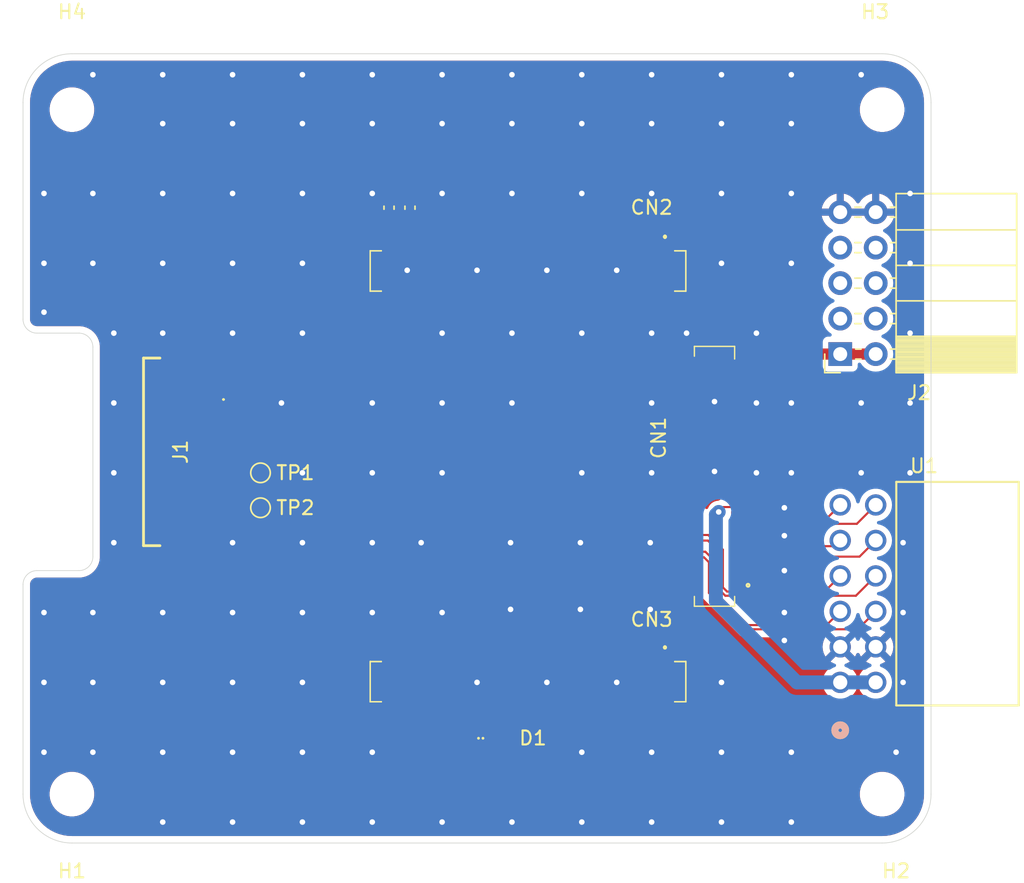
<source format=kicad_pcb>
(kicad_pcb (version 20240108) (generator "pcbnew") (generator_version "8.0")
  (layers (0 "F.Cu" signal) (1 "In1.Cu" signal) (2 "In2.Cu" signal) (31 "B.Cu" signal) (34 "B.Paste" user) (35 "F.Paste" user) (36 "B.SilkS" user "B.Silkscreen") (37 "F.SilkS" user "F.Silkscreen") (38 "B.Mask" user) (39 "F.Mask" user) (44 "Edge.Cuts" user))
  (net 0 "")
  (net 1 "/TX_N")
  (net 2 "PCIE_TX_N")
  (net 3 "PCIE_TX_P")
  (net 4 "/TX_P")
  (net 5 "+3V3")
  (net 6 "PMOD_IO1")
  (net 11 "GND")
  (net 25 "PMOD_IO5")
  (net 36 "PMOD_IO4")
  (net 39 "PMOD_IO7")
  (net 48 "PMOD_IO0")
  (net 52 "PMOD_IO2")
  (net 62 "PMOD_IO6")
  (net 71 "PMOD_IO3")
  (net 75 "PCIE_CLK_P")
  (net 109 "PCIE_RX_N")
  (net 110 "PCIE_CLK_N")
  (net 133 "PCIE_RX_P")
  (net 139 "DET_WAKE")
  (net 144 "VCC+5V")
  (net 153 "PCIE_RST")
  (net 223 "PCIE+5V")
  (net 230 "/PWR_EN")
  (net 231 "/PCIE_CLKREQ_N")
  (footprint "MountingHole:MountingHole_2.7mm_M2.5" (layer "F.Cu") (at 161.5 104)
    (property "Reference" "H3")
    (property "Value" "MountingHole")
  )
  (footprint "MountingHole:MountingHole_2.7mm_M2.5" (layer "F.Cu") (at 103.5 153)
    (property "Reference" "H1")
    (property "Value" "MountingHole")
  )
  (footprint "#myfootprint:DF40C100DS04V58" (layer "F.Cu") (at 136.15 144.95 180)
    (property "Reference" "CN3")
    (property "Value" "DF40C-100DS-0.4V_58_" (hide yes))
  )
  (footprint "MountingHole:MountingHole_2.7mm_M2.5" (layer "F.Cu") (at 161.5 153)
    (property "Reference" "H2")
    (property "Value" "MountingHole")
  )
  (footprint "MountingHole:MountingHole_2.7mm_M2.5" (layer "F.Cu") (at 103.5 104)
    (property "Reference" "H4")
    (property "Value" "MountingHole")
  )
  (footprint "TestPoint:TestPoint_Pad_D1.0mm" (layer "F.Cu") (at 117 130)
    (property "Reference" "TP1")
    (property "Value" "PWR_EN")
  )
  (footprint "Capacitor_SMD:C_0402_1005Metric" (layer "F.Cu") (at 126.2 111.02 -90)
    (property "Reference" "C2" (hide yes))
    (property "Value" "GCM155R71C154KE02D")
  )
  (footprint "#myfootprint:CONN_PPPC062LJBN-RC_SUL_OddEven" (layer "F.Cu") (at 158.5 145 90)
    (property "Reference" "U1")
    (property "Value" "PPPC062LJBN-RC")
  )
  (footprint "Capacitor_SMD:C_0402_1005Metric" (layer "F.Cu") (at 127.7 111.02 -90)
    (property "Reference" "C1" (hide yes))
    (property "Value" "GCM155R71C154KE02D")
  )
  (footprint "Diode_SMD:D_0402_1005Metric" (layer "F.Cu") (at 131.515 149 180)
    (property "Reference" "D2" (hide yes))
    (property "Value" "LXES15AAA1-153")
  )
  (footprint "#myfootprint:117348396" (layer "F.Cu") (at 111 128.5 -90)
    (property "Reference" "J1")
    (property "Value" "1-1734839-6" (hide yes))
  )
  (footprint "Connector_PinSocket_2.54mm:PinSocket_2x05_P2.54mm_Horizontal" (layer "F.Cu") (at 158.5 121.5 180)
    (property "Reference" "J2")
    (property "Value" "SSW-105-02-G-D")
  )
  (footprint "Diode_SMD:D_0402_1005Metric" (layer "F.Cu") (at 134.015 149)
    (property "Reference" "D1")
    (property "Value" "LXES15AAA1-153")
  )
  (footprint "TestPoint:TestPoint_Pad_D1.0mm" (layer "F.Cu") (at 117 132.5)
    (property "Reference" "TP2")
    (property "Value" "PCIE_CLKREQ_N")
  )
  (footprint "#myfootprint:DF40C80DS04V58" (layer "F.Cu") (at 149.5 130.25 90)
    (property "Reference" "CN1")
    (property "Value" "DF40C-80DS-0.4V_58_" (hide yes))
  )
  (footprint "#myfootprint:DF40C100DS04V58" (layer "F.Cu") (at 136.15 115.55 180)
    (property "Reference" "CN2")
    (property "Value" "DF40C-100DS-0.4V_58_" (hide yes))
  )
  (gr_arc (start 100 103.5) (mid 101.025126 101.025126) (end 103.5 100) (stroke (width 0.05)) (layer "Edge.Cuts"))
  (gr_line (start 105 121) (end 105 136) (stroke (width 0.05)) (layer "Edge.Cuts"))
  (gr_line (start 100 138) (end 100 153) (stroke (width 0.05)) (layer "Edge.Cuts"))
  (gr_arc (start 100 138) (mid 100.292893 137.292893) (end 101 137) (stroke (width 0.05)) (layer "Edge.Cuts"))
  (gr_line (start 103.5 100) (end 161.5 100) (stroke (width 0.05)) (layer "Edge.Cuts"))
  (gr_arc (start 105 136) (mid 104.707107 136.707107) (end 104 137) (stroke (width 0.05)) (layer "Edge.Cuts"))
  (gr_line (start 100 119) (end 100 103.5) (stroke (width 0.05)) (layer "Edge.Cuts"))
  (gr_arc (start 101 120) (mid 100.292893 119.707107) (end 100 119) (stroke (width 0.05)) (layer "Edge.Cuts"))
  (gr_arc (start 165 153) (mid 163.974874 155.474874) (end 161.5 156.5) (stroke (width 0.05)) (layer "Edge.Cuts"))
  (gr_line (start 104 137) (end 101 137) (stroke (width 0.05)) (layer "Edge.Cuts"))
  (gr_line (start 165 103.5) (end 165 153) (stroke (width 0.05)) (layer "Edge.Cuts"))
  (gr_arc (start 161.5 100) (mid 163.974874 101.025126) (end 165 103.5) (stroke (width 0.05)) (layer "Edge.Cuts"))
  (gr_arc (start 104 120) (mid 104.707107 120.292893) (end 105 121) (stroke (width 0.05)) (layer "Edge.Cuts"))
  (gr_arc (start 103.5 156.5) (mid 101.025126 155.474874) (end 100 153) (stroke (width 0.05)) (layer "Edge.Cuts"))
  (gr_line (start 161.5 156.5) (end 103.5 156.5) (stroke (width 0.05)) (layer "Edge.Cuts"))
  (gr_line (start 101 120) (end 104 120) (stroke (width 0.05)) (layer "Edge.Cuts"))
  (segment (start 127.7 111.965001) (end 127.7 111.5) (width 0.175) (layer "F.Cu") (net 1))
  (segment (start 127.0875 113.422499) (end 127.0875 112.577501) (width 0.175) (layer "F.Cu") (net 1))
  (segment (start 127.15 113.484999) (end 127.0875 113.422499) (width 0.175) (layer "F.Cu") (net 1))
  (segment (start 127.0875 112.577501) (end 127.7 111.965001) (width 0.175) (layer "F.Cu") (net 1))
  (segment (start 127.15 114.01) (end 127.15 113.484999) (width 0.175) (layer "F.Cu") (net 1))
  (segment (start 108.2625 113.843044) (end 114.343044 107.7625) (width 0.175) (layer "F.Cu") (net 2))
  (segment (start 127.0875 109.462499) (end 127.7 110.074999) (width 0.175) (layer "F.Cu") (net 2))
  (segment (start 113.375 129.75) (end 112.549999 129.75) (width 0.175) (layer "F.Cu") (net 2))
  (segment (start 125.956956 107.7625) (end 127.0875 108.893044) (width 0.175) (layer "F.Cu") (net 2))
  (segment (start 127.7 110.074999) (end 127.7 110.54) (width 0.175) (layer "F.Cu") (net 2))
  (segment (start 127.0875 108.893044) (end 127.0875 109.462499) (width 0.175) (layer "F.Cu") (net 2))
  (segment (start 114.343044 107.7625) (end 125.956956 107.7625) (width 0.175) (layer "F.Cu") (net 2))
  (segment (start 110.343044 129.6375) (end 108.2625 127.556956) (width 0.175) (layer "F.Cu") (net 2))
  (segment (start 112.437499 129.6375) (end 110.343044 129.6375) (width 0.175) (layer "F.Cu") (net 2))
  (segment (start 112.549999 129.75) (end 112.437499 129.6375) (width 0.175) (layer "F.Cu") (net 2))
  (segment (start 108.2625 127.556956) (end 108.2625 113.843044) (width 0.175) (layer "F.Cu") (net 2))
  (segment (start 114.456956 108.0375) (end 125.843044 108.0375) (width 0.175) (layer "F.Cu") (net 3))
  (segment (start 112.437499 129.3625) (end 110.456956 129.3625) (width 0.175) (layer "F.Cu") (net 3))
  (segment (start 108.5375 127.443044) (end 108.5375 113.956956) (width 0.175) (layer "F.Cu") (net 3))
  (segment (start 112.549999 129.25) (end 112.437499 129.3625) (width 0.175) (layer "F.Cu") (net 3))
  (segment (start 125.843044 108.0375) (end 126.8125 109.006956) (width 0.175) (layer "F.Cu") (net 3))
  (segment (start 113.375 129.25) (end 112.549999 129.25) (width 0.175) (layer "F.Cu") (net 3))
  (segment (start 110.456956 129.3625) (end 108.5375 127.443044) (width 0.175) (layer "F.Cu") (net 3))
  (segment (start 126.8125 109.462499) (end 126.2 110.074999) (width 0.175) (layer "F.Cu") (net 3))
  (segment (start 126.2 110.074999) (end 126.2 110.54) (width 0.175) (layer "F.Cu") (net 3))
  (segment (start 126.8125 109.006956) (end 126.8125 109.462499) (width 0.175) (layer "F.Cu") (net 3))
  (segment (start 108.5375 113.956956) (end 114.456956 108.0375) (width 0.175) (layer "F.Cu") (net 3))
  (segment (start 126.8125 112.577501) (end 126.2 111.965001) (width 0.175) (layer "F.Cu") (net 4))
  (segment (start 126.2 111.965001) (end 126.2 111.5) (width 0.175) (layer "F.Cu") (net 4))
  (segment (start 126.75 113.484999) (end 126.8125 113.422499) (width 0.175) (layer "F.Cu") (net 4))
  (segment (start 126.75 114.01) (end 126.75 113.484999) (width 0.175) (layer "F.Cu") (net 4))
  (segment (start 126.8125 113.422499) (end 126.8125 112.577501) (width 0.175) (layer "F.Cu") (net 4))
  (segment (start 150.15 132.45) (end 149.8 132.8) (width 0.15) (layer "F.Cu") (net 5))
  (segment (start 151.04 132.45) (end 150.15 132.45) (width 0.15) (layer "F.Cu") (net 5))
  (via (at 149.8 132.8) (size 0.6) (drill 0.4) (layers "F.Cu" "B.Cu") (net 5))
  (segment (start 149.6 139.2) (end 149.6 133) (width 1) (layer "B.Cu") (net 5))
  (segment (start 158.5 145) (end 155.4 145) (width 1) (layer "B.Cu") (net 5))
  (segment (start 149.6 133) (end 149.8 132.8) (width 1) (layer "B.Cu") (net 5))
  (segment (start 155.4 145) (end 149.6 139.2) (width 1) (layer "B.Cu") (net 5))
  (segment (start 161.04 145) (end 158.5 145) (width 1) (layer "B.Cu") (net 5))
  (segment (start 151.04 133.65) (end 159.69 133.65) (width 0.15) (layer "F.Cu") (net 6))
  (segment (start 159.69 133.65) (end 161.04 132.3) (width 0.15) (layer "F.Cu") (net 6))
  (segment (start 130 141.475) (end 130 140) (width 0.15) (layer "F.Cu") (net 11))
  (segment (start 146.95 126.45) (end 146.5 126) (width 0.15) (layer "F.Cu") (net 11))
  (segment (start 146 130.85) (end 145.85 130.85) (width 0.15) (layer "F.Cu") (net 11))
  (segment (start 127.55 113.35) (end 128 112.9) (width 0.15) (layer "F.Cu") (net 11))
  (segment (start 146 133.4) (end 146 130.85) (width 0.15) (layer "F.Cu") (net 11))
  (segment (start 137.15 112.95) (end 137.1 112.9) (width 0.15) (layer "F.Cu") (net 11))
  (segment (start 139.95 117.09) (end 139.95 118.25) (width 0.15) (layer "F.Cu") (net 11))
  (segment (start 135.95 114.01) (end 135.95 112.95) (width 0.15) (layer "F.Cu") (net 11))
  (segment (start 137.2 118.3) (end 138.7 118.3) (width 0.15) (layer "F.Cu") (net 11))
  (segment (start 132.35 112.95) (end 132.4 112.9) (width 0.15) (layer "F.Cu") (net 11))
  (segment (start 129.55 142.25) (end 129.7 142.1) (width 0.15) (layer "F.Cu") (net 11))
  (segment (start 128.75 112.95) (end 128.7 112.9) (width 0.15) (layer "F.Cu") (net 11))
  (segment (start 129.95 142.25) (end 130.1 142.1) (width 0.15) (layer "F.Cu") (net 11))
  (segment (start 126.35 146.49) (end 126.35 148) (width 0.15) (layer "F.Cu") (net 11))
  (segment (start 128 112.9) (end 128.7 112.9) (width 0.15) (layer "F.Cu") (net 11))
  (segment (start 129.15 142.25) (end 129.3 142.1) (width 0.15) (layer "F.Cu") (net 11))
  (segment (start 131.1 118.3) (end 132.4 118.3) (width 0.15) (layer "F.Cu") (net 11))
  (segment (start 112.25 125.95) (end 112.45 125.75) (width 0.15) (layer "F.Cu") (net 11))
  (segment (start 146.5 126) (end 146.5 125.25) (width 0.15) (layer "F.Cu") (net 11))
  (segment (start 142.35 117.09) (end 142.35 118.25) (width 0.15) (layer "F.Cu") (net 11))
  (segment (start 140.1 139.975) (end 139.9 139.775) (width 0.15) (layer "F.Cu") (net 11))
  (segment (start 139.6 112.9) (end 140.7 112.9) (width 0.15) (layer "F.Cu") (net 11))
  (segment (start 128.75 114.01) (end 128.75 112.95) (width 0.15) (layer "F.Cu") (net 11))
  (segment (start 142.35 118.25) (end 142.3 118.3) (width 0.15) (layer "F.Cu") (net 11))
  (segment (start 133.15 142) (end 134.5 142) (width 0.15) (layer "F.Cu") (net 11))
  (segment (start 112.45 125.75) (end 113.375 125.75) (width 0.15) (layer "F.Cu") (net 11))
  (segment (start 137.15 118.25) (end 137.2 118.3) (width 0.15) (layer "F.Cu") (net 11))
  (segment (start 139.55 114.01) (end 139.55 112.95) (width 0.15) (layer "F.Cu") (net 11))
  (segment (start 129.95 114.01) (end 129.95 112.95) (width 0.15) (layer "F.Cu") (net 11))
  (segment (start 152 134.5) (end 154.5 134.5) (width 0.15) (layer "F.Cu") (net 11))
  (segment (start 146.15 138.05) (end 145.05 136.95) (width 0.15) (layer "F.Cu") (net 11))
  (segment (start 145.95 118.15) (end 145.95 117.09) (width 0.15) (layer "F.Cu") (net 11))
  (segment (start 115 129) (end 114.75 128.75) (width 0.15) (layer "F.Cu") (net 11))
  (segment (start 144.35 112.95) (end 144.3 112.9) (width 0.15) (layer "F.Cu") (net 11))
  (segment (start 144.75 118.25) (end 144.8 118.3) (width 0.15) (layer "F.Cu") (net 11))
  (segment (start 130.2 142.1) (end 130.4 142.1) (width 0.15) (layer "F.Cu") (net 11))
  (segment (start 128.75 143.41) (end 128.75 142.35) (width 0.15) (layer "F.Cu") (net 11))
  (segment (start 147.96 125.25) (end 146.5 125.25) (width 0.15) (layer "F.Cu") (net 11))
  (segment (start 112.55 128.75) (end 112.1 128.3) (width 0.15) (layer "F.Cu") (net 11))
  (segment (start 144.95 136.85) (end 144.9 136.8) (width 0.15) (layer "F.Cu") (net 11))
  (segment (start 137.15 114.01) (end 137.15 112.95) (width 0.15) (layer "F.Cu") (net 11))
  (segment (start 141.15 118.15) (end 141 118.3) (width 0.15) (layer "F.Cu") (net 11))
  (segment (start 144.8 118.3) (end 145.8 118.3) (width 0.15) (layer "F.Cu") (net 11))
  (segment (start 131.15 112.95) (end 131.2 112.9) (width 0.15) (layer "F.Cu") (net 11))
  (segment (start 138.7 118.3) (end 140 118.3) (width 0.15) (layer "F.Cu") (net 11))
  (segment (start 129.95 118.25) (end 130 118.3) (width 0.15) (layer "F.Cu") (net 11))
  (segment (start 137.15 117.09) (end 137.15 118.25) (width 0.15) (layer "F.Cu") (net 11))
  (segment (start 134.35 142.15) (end 134.5 142) (width 0.15) (layer "F.Cu") (net 11))
  (segment (start 151.04 136.05) (end 151.55 136.05) (width 0.15) (layer "F.Cu") (net 11))
  (segment (start 132.35 117.09) (end 132.35 118.25) (width 0.15) (layer "F.Cu") (net 11))
  (segment (start 152.5 132.5) (end 152.5 130) (width 0.15) (layer "F.Cu") (net 11))
  (segment (start 145.85 130.85) (end 145 130) (width 0.15) (layer "F.Cu") (net 11))
  (segment (start 129.5 118.3) (end 130 118.3) (width 0.15) (layer "F.Cu") (net 11))
  (segment (start 141.95 114.01) (end 141.95 112.95) (width 0.15) (layer "F.Cu") (net 11))
  (segment (start 138.35 112.95) (end 138.4 112.9) (width 0.15) (layer "F.Cu") (net 11))
  (segment (start 152 132.5) (end 152.5 132.5) (width 0.15) (layer "F.Cu") (net 11))
  (segment (start 145.55 113.05) (end 145.55 114.01) (width 0.15) (layer "F.Cu") (net 11))
  (segment (start 112.1 127.4) (end 112.25 127.25) (width 0.15) (layer "F.Cu") (net 11))
  (segment (start 132.4 112.9) (end 133.6 112.9) (width 0.15) (layer "F.Cu") (net 11))
  (segment (start 143.15 114.01) (end 143.15 113.05) (width 0.15) (layer "F.Cu") (net 11))
  (segment (start 143.55 117.09) (end 143.55 118.25) (width 0.15) (layer "F.Cu") (net 11))
  (segment (start 131.15 114.01) (end 131.15 112.95) (width 0.15) (layer "F.Cu") (net 11))
  (segment (start 144.9 136.8) (end 144.9 135) (width 0.15) (layer "F.Cu") (net 11))
  (segment (start 112.25 127.25) (end 113.375 127.25) (width 0.15) (layer "F.Cu") (net 11))
  (segment (start 152.15 131.25) (end 152.5 130.9) (width 0.15) (layer "F.Cu") (net 11))
  (segment (start 126.35 148.65) (end 126.35 148) (width 0.15) (layer "F.Cu") (net 11))
  (segment (start 151.95 134.45) (end 152 134.5) (width 0.15) (layer "F.Cu") (net 11))
  (segment (start 151.85 125.65) (end 152.5 125) (width 0.15) (layer "F.Cu") (net 11))
  (segment (start 138.35 114.01) (end 138.35 112.95) (width 0.15) (layer "F.Cu") (net 11))
  (segment (start 133.55 112.95) (end 133.6 112.9) (width 0.15) (layer "F.Cu") (net 11))
  (segment (start 131.15 117.09) (end 131.15 118.25) (width 0.15) (layer "F.Cu") (net 11))
  (segment (start 129.55 143.41) (end 129.55 142.25) (width 0.15) (layer "F.Cu") (net 11))
  (segment (start 139.55 112.95) (end 139.6 112.9) (width 0.15) (layer "F.Cu") (net 11))
  (segment (start 151.04 138.05) (end 151.75 138.05) (width 0.15) (layer "F.Cu") (net 11))
  (segment (start 142 112.9) (end 143 112.9) (width 0.15) (layer "F.Cu") (net 11))
  (segment (start 113.375 128.75) (end 114.75 128.75) (width 0.15) (layer "F.Cu") (net 11))
  (segment (start 130.1 142.1) (end 130.2 142.1) (width 0.15) (layer "F.Cu") (net 11))
  (segment (start 126.35 117.65) (end 126.35 117.09) (width 0.15) (layer "F.Cu") (net 11))
  (segment (start 120 120) (end 124 120) (width 0.15) (layer "F.Cu") (net 11))
  (segment (start 129.95 117.09) (end 129.95 118.25) (width 0.15) (layer "F.Cu") (net 11))
  (segment (start 151.04 134.05) (end 151.55 134.05) (width 0.15) (layer "F.Cu") (net 11))
  (segment (start 151.55 134.05) (end 151.95 134.45) (width 0.15) (layer "F.Cu") (net 11))
  (segment (start 138.75 117.09) (end 138.75 118.25) (width 0.15) (layer "F.Cu") (net 11))
  (segment (start 114.75 130.25) (end 115 130) (width 0.15) (layer "F.Cu") (net 11))
  (segment (start 125 150) (end 126.35 148.65) (width 0.15) (layer "F.Cu") (net 11))
  (segment (start 134.5 142) (end 135 142) (width 0.15) (layer "F.Cu") (net 11))
  (segment (start 135 139.875) (end 134.9 139.775) (width 0.15) (layer "F.Cu") (net 11))
  (segment (start 140.75 112.95) (end 140.7 112.9) (width 0.15) (layer "F.Cu") (net 11))
  (segment (start 136.75 143.41) (end 136.75 142.15) (width 0.15) (layer "F.Cu") (net 11))
  (segment (start 129.95 143.41) (end 129.95 142.25) (width 0.15) (layer "F.Cu") (net 11))
  (segment (start 133.55 114.01) (end 133.55 112.95) (width 0.15) (layer "F.Cu") (net 11))
  (segment (start 152.5 137.3) (end 152.5 137) (width 0.15) (layer "F.Cu") (net 11))
  (segment (start 151.04 131.25) (end 152.15 131.25) (width 0.15) (layer "F.Cu") (net 11))
  (segment (start 132.4 118.3) (end 137.2 118.3) (width 0.15) (layer "F.Cu") (net 11))
  (segment (start 134.75 114.01) (end 134.75 112.95) (width 0.15) (layer "F.Cu") (net 11))
  (segment (start 134.8 112.9) (end 136 112.9) (width 0.15) (layer "F.Cu") (net 11))
  (segment (start 147.96 126.45) (end 146.95 126.45) (width 0.15) (layer "F.Cu") (net 11))
  (segment (start 133.6 112.9) (end 134.8 112.9) (width 0.15) (layer "F.Cu") (net 11))
  (segment (start 147.96 130.85) (end 146 130.85) (width 0.15) (layer "F.Cu") (net 11))
  (segment (start 144.3 112.9) (end 145.4 112.9) (width 0.15) (layer "F.Cu") (net 11))
  (segment (start 128.75 142.35) (end 129 142.1) (width 0.15) (layer "F.Cu") (net 11))
  (segment (start 144.75 117.09) (end 144.75 118.25) (width 0.15) (layer "F.Cu") (net 11))
  (segment (start 151.65 132.85) (end 152 132.5) (width 0.15) (layer "F.Cu") (net 11))
  (segment (start 128.75 117.09) (end 128.75 117.55) (width 0.15) (layer "F.Cu") (net 11))
  (segment (start 115 130) (end 115 129) (width 0.15) (layer "F.Cu") (net 11))
  (segment (start 136 112.9) (end 137.1 112.9) (width 0.15) (layer "F.Cu") (net 11))
  (segment (start 132.35 118.25) (end 132.4 118.3) (width 0.15) (layer "F.Cu") (net 11))
  (segment (start 133.15 143.41) (end 133.15 144.35) (width 0.15) (layer "F.Cu") (net 11))
  (segment (start 136.75 142.15) (end 136.6 142) (width 0.15) (layer "F.Cu") (net 11))
  (segment (start 141 118.3) (end 142.3 118.3) (width 0.15) (layer "F.Cu") (net 11))
  (segment (start 135.55 143.41) (end 135.55 142.15) (width 0.15) (layer "F.Cu") (net 11))
  (segment (start 152.5 137) (end 154.5 137) (width 0.15) (layer "F.Cu") (net 11))
  (segment (start 143.5 118.3) (end 144.8 118.3) (width 0.15) (layer "F.Cu") (net 11))
  (segment (start 143 112.9) (end 144.3 112.9) (width 0.15) (layer "F.Cu") (net 11))
  (segment (start 129.95 112.95) (end 129.9 112.9) (width 0.15) (layer "F.Cu") (net 11))
  (segment (start 130.35 142.25) (end 130.2 142.1) (width 0.15) (layer "F.Cu") (net 11))
  (segment (start 140.75 114.01) (end 140.75 112.95) (width 0.15) (layer "F.Cu") (net 11))
  (segment (start 113.375 130.25) (end 114.75 130.25) (width 0.15) (layer "F.Cu") (net 11))
  (segment (start 130.4 142.1) (end 130.75 142.45) (width 0.15) (layer "F.Cu") (net 11))
  (segment (start 129.15 143.41) (end 129.15 142.25) (width 0.15) (layer "F.Cu") (net 11))
  (segment (start 131.15 118.25) (end 131.1 118.3) (width 0.15) (layer "F.Cu") (net 11))
  (segment (start 140.7 112.9) (end 142 112.9) (width 0.15) (layer "F.Cu") (net 11))
  (segment (start 127.55 114.01) (end 127.55 113.35) (width 0.15) (layer "F.Cu") (net 11))
  (segment (start 143.55 118.25) (end 143.5 118.3) (width 0.15) (layer "F.Cu") (net 11))
  (segment (start 130 118.3) (end 131.1 118.3) (width 0.15) (layer "F.Cu") (net 11))
  (segment (start 145.05 136.95) (end 144.9 136.8) (width 0.15) (layer "F.Cu") (net 11))
  (segment (start 135 142) (end 135 139.875) (width 0.15) (layer "F.Cu") (net 11))
  (segment (start 151.04 134.85) (end 151.55 134.85) (width 0.15) (layer "F.Cu") (net 11))
  (segment (start 145.25 125.25) (end 145 125) (width 0.15) (layer "F.Cu") (net 11))
  (segment (start 130.4 142.1) (end 130.4 141.875) (width 0.15) (layer "F.Cu") (net 11))
  (segment (start 144.35 114.01) (end 144.35 112.95) (width 0.15) (layer "F.Cu") (net 11))
  (segment (start 145.4 112.9) (end 145.55 113.05) (width 0.15) (layer "F.Cu") (net 11))
  (segment (start 130.35 143.41) (end 130.35 142.25) (width 0.15) (layer "F.Cu") (net 11))
  (segment (start 127.55 115.55) (end 127.5 115.5) (width 0.15) (layer "F.Cu") (net 11))
  (segment (start 136.75 143.41) (end 136.75 144.25) (width 0.15) (layer "F.Cu") (net 11))
  (segment (start 135 142) (end 135.7 142) (width 0.15) (layer "F.Cu") (net 11))
  (segment (start 151.55 136.05) (end 152.5 137) (width 0.15) (layer "F.Cu") (net 11))
  (segment (start 142.3 118.3) (end 143.5 118.3) (width 0.15) (layer "F.Cu") (net 11))
  (segment (start 126.35 113.35) (end 126 113) (width 0.15) (layer "F.Cu") (net 11))
  (segment (start 138.75 118.25) (end 138.7 118.3) (width 0.15) (layer "F.Cu") (net 11))
  (segment (start 147.96 134.05) (end 146.65 134.05) (width 0.15) (layer "F.Cu") (net 11))
  (segment (start 151.75 138.05) (end 152.5 137.3) (width 0.15) (layer "F.Cu") (net 11))
  (segment (start 136.6 142) (end 135.7 142) (width 0.15) (layer "F.Cu") (net 11))
  (segment (start 129.7 142.1) (end 130.1 142.1) (width 0.15) (layer "F.Cu") (net 11))
  (segment (start 143.15 113.05) (end 143 112.9) (width 0.15) (layer "F.Cu") (net 11))
  (segment (start 129 142.1) (end 129.3 142.1) (width 0.15) (layer "F.Cu") (net 11))
  (segment (start 131.2 112.9) (end 132.4 112.9) (width 0.15) (layer "F.Cu") (net 11))
  (segment (start 141.15 117.09) (end 141.15 118.15) (width 0.15) (layer "F.Cu") (net 11))
  (segment (start 137.1 112.9) (end 138.4 112.9) (width 0.15) (layer "F.Cu") (net 11))
  (segment (start 146.65 134.05) (end 146 133.4) (width 0.15) (layer "F.Cu") (net 11))
  (segment (start 130.75 142.45) (end 130.75 143.41) (width 0.15) (layer "F.Cu") (net 11))
  (segment (start 145.8 118.3) (end 145.95 118.15) (width 0.15) (layer "F.Cu") (net 11))
  (segment (start 133.15 144.35) (end 132.5 145) (width 0.15) (layer "F.Cu") (net 11))
  (segment (start 145.15 135.25) (end 144.9 135) (width 0.15) (layer "F.Cu") (net 11))
  (segment (start 134.75 112.95) (end 134.8 112.9) (width 0.15) (layer "F.Cu") (net 11))
  (segment (start 129.9 112.9) (end 131.2 112.9) (width 0.15) (layer "F.Cu") (net 11))
  (segment (start 138.4 112.9) (end 139.6 112.9) (width 0.15) (layer "F.Cu") (net 11))
  (segment (start 136.75 144.25) (end 137.5 145) (width 0.15) (layer "F.Cu") (net 11))
  (segment (start 133.15 143.41) (end 133.15 142) (width 0.15) (layer "F.Cu") (net 11))
  (segment (start 130.4 141.875) (end 130 141.475) (width 0.15) (layer "F.Cu") (net 11))
  (segment (start 124 120) (end 126.35 117.65) (width 0.15) (layer "F.Cu") (net 11))
  (segment (start 147.96 136.85) (end 144.95 136.85) (width 0.15) (layer "F.Cu") (net 11))
  (segment (start 112.1 128.3) (end 112.1 127.4) (width 0.15) (layer "F.Cu") (net 11))
  (segment (start 151.04 125.65) (end 151.85 125.65) (width 0.15) (layer "F.Cu") (net 11))
  (segment (start 132.35 114.01) (end 132.35 112.95) (width 0.15) (layer "F.Cu") (net 11))
  (segment (start 134.35 143.41) (end 134.35 142.15) (width 0.15) (layer "F.Cu") (net 11))
  (segment (start 152.5 130.9) (end 152.5 130) (width 0.15) (layer "F.Cu") (net 11))
  (segment (start 147.96 138.05) (end 146.15 138.05) (width 0.15) (layer "F.Cu") (net 11))
  (segment (start 139.95 118.25) (end 140 118.3) (width 0.15) (layer "F.Cu") (net 11))
  (segment (start 140 118.3) (end 141 118.3) (width 0.15) (layer "F.Cu") (net 11))
  (segment (start 128.75 117.55) (end 129.5 118.3) (width 0.15) (layer "F.Cu") (net 11))
  (segment (start 135.95 112.95) (end 136 112.9) (width 0.15) (layer "F.Cu") (net 11))
  (segment (start 141.95 112.95) (end 142 112.9) (width 0.15) (layer "F.Cu") (net 11))
  (segment (start 151.55 134.85) (end 151.95 134.45) (width 0.15) (layer "F.Cu") (net 11))
  (segment (start 146 135.25) (end 145.15 135.25) (width 0.15) (layer "F.Cu") (net 11))
  (segment (start 151.04 132.85) (end 151.65 132.85) (width 0.15) (layer "F.Cu") (net 11))
  (segment (start 135.55 142.15) (end 135.7 142) (width 0.15) (layer "F.Cu") (net 11))
  (segment (start 126.35 114.01) (end 126.35 113.35) (width 0.15) (layer "F.Cu") (net 11))
  (segment (start 112.25 127.25) (end 112.25 125.95) (width 0.15) (layer "F.Cu") (net 11))
  (segment (start 129.3 142.1) (end 129.7 142.1) (width 0.15) (layer "F.Cu") (net 11))
  (segment (start 147.96 135.25) (end 146 135.25) (width 0.15) (layer "F.Cu") (net 11))
  (segment (start 128.7 112.9) (end 129.9 112.9) (width 0.15) (layer "F.Cu") (net 11))
  (segment (start 127.55 117.09) (end 127.55 115.55) (width 0.15) (layer "F.Cu") (net 11))
  (segment (start 113.375 128.75) (end 112.55 128.75) (width 0.15) (layer "F.Cu") (net 11))
  (via (at 120 150) (size 0.6) (drill 0.4) (layers "F.Cu" "B.Cu") (net 11))
  (via (at 125 130) (size 0.6) (drill 0.4) (layers "F.Cu" "B.Cu") (net 11))
  (via (at 155 155) (size 0.6) (drill 0.4) (layers "F.Cu" "B.Cu") (net 11))
  (via (at 125 105) (size 0.6) (drill 0.4) (layers "F.Cu" "B.Cu") (net 11))
  (via (at 120 101.5) (size 0.6) (drill 0.4) (layers "F.Cu" "B.Cu") (net 11))
  (via (at 120 140) (size 0.6) (drill 0.4) (layers "F.Cu" "B.Cu") (net 11))
  (via (at 130 105) (size 0.6) (drill 0.4) (layers "F.Cu" "B.Cu") (net 11))
  (via (at 106.5 125) (size 0.6) (drill 0.4) (layers "F.Cu" "B.Cu") (net 11))
  (via (at 105 150) (size 0.6) (drill 0.4) (layers "F.Cu" "B.Cu") (net 11))
  (via (at 115 135) (size 0.6) (drill 0.4) (layers "F.Cu" "B.Cu") (net 11))
  (via (at 120 120) (size 0.6) (drill 0.4) (layers "F.Cu" "B.Cu") (net 11))
  (via (at 145 155) (size 0.6) (drill 0.4) (layers "F.Cu" "B.Cu") (net 11))
  (via (at 152.5 130) (size 0.6) (drill 0.4) (layers "F.Cu" "B.Cu") (net 11))
  (via (at 105 101.5) (size 0.6) (drill 0.4) (layers "F.Cu" "B.Cu") (net 11))
  (via (at 125 150) (size 0.6) (drill 0.4) (layers "F.Cu" "B.Cu") (net 11))
  (via (at 125 155) (size 0.6) (drill 0.4) (layers "F.Cu" "B.Cu") (net 11))
  (via (at 154.5 140) (size 0.6) (drill 0.4) (layers "F.Cu" "B.Cu") (net 11))
  (via (at 120 110) (size 0.6) (drill 0.4) (layers "F.Cu" "B.Cu") (net 11))
  (via (at 125 125) (size 0.6) (drill 0.4) (layers "F.Cu" "B.Cu") (net 11))
  (via (at 105 140) (size 0.6) (drill 0.4) (layers "F.Cu" "B.Cu") (net 11))
  (via (at 135 120) (size 0.6) (drill 0.4) (layers "F.Cu" "B.Cu") (net 11))
  (via (at 110 150) (size 0.6) (drill 0.4) (layers "F.Cu" "B.Cu") (net 11))
  (via (at 130 120) (size 0.6) (drill 0.4) (layers "F.Cu" "B.Cu") (net 11))
  (via (at 110 145) (size 0.6) (drill 0.4) (layers "F.Cu" "B.Cu") (net 11))
  (via (at 140 105) (size 0.6) (drill 0.4) (layers "F.Cu" "B.Cu") (net 11))
  (via (at 101.5 118.5) (size 0.6) (drill 0.4) (layers "F.Cu" "B.Cu") (net 11))
  (via (at 145 130) (size 0.6) (drill 0.4) (layers "F.Cu" "B.Cu") (net 11))
  (via (at 132.5 115.5) (size 0.6) (drill 0.4) (layers "F.Cu" "B.Cu") (net 11))
  (via (at 101.5 110) (size 0.6) (drill 0.4) (layers "F.Cu" "B.Cu") (net 11))
  (via (at 101.5 115) (size 0.6) (drill 0.4) (layers "F.Cu" "B.Cu") (net 11))
  (via (at 135 110) (size 0.6) (drill 0.4) (layers "F.Cu" "B.Cu") (net 11))
  (via (at 105 115) (size 0.6) (drill 0.4) (layers "F.Cu" "B.Cu") (net 11))
  (via (at 115 155) (size 0.6) (drill 0.4) (layers "F.Cu" "B.Cu") (net 11))
  (via (at 139.9 135) (size 0.6) (drill 0.4) (layers "F.Cu" "B.Cu") (net 11))
  (via (at 125 101.5) (size 0.6) (drill 0.4) (layers "F.Cu" "B.Cu") (net 11))
  (via (at 154.5 134.5) (size 0.6) (drill 0.4) (layers "F.Cu" "B.Cu") (net 11))
  (via (at 118.5 125) (size 0.6) (drill 0.4) (layers "F.Cu" "B.Cu") (net 11))
  (via (at 128.5 135) (size 0.6) (drill 0.4) (layers "F.Cu" "B.Cu") (net 11))
  (via (at 115 145) (size 0.6) (drill 0.4) (layers "F.Cu" "B.Cu") (net 11))
  (via (at 134.9 135) (size 0.6) (drill 0.4) (layers "F.Cu" "B.Cu") (net 11))
  (via (at 115 120) (size 0.6) (drill 0.4) (layers "F.Cu" "B.Cu") (net 11))
  (via (at 130 101.5) (size 0.6) (drill 0.4) (layers "F.Cu" "B.Cu") (net 11))
  (via (at 145 125) (size 0.6) (drill 0.4) (layers "F.Cu" "B.Cu") (net 11))
  (via (at 106.5 135) (size 0.6) (drill 0.4) (layers "F.Cu" "B.Cu") (net 11))
  (via (at 135 125) (size 0.6) (drill 0.4) (layers "F.Cu" "B.Cu") (net 11))
  (via (at 160 125) (size 0.6) (drill 0.4) (layers "F.Cu" "B.Cu") (net 11))
  (via (at 101.5 140) (size 0.6) (drill 0.4) (layers "F.Cu" "B.Cu") (net 11))
  (via (at 120 115) (size 0.6) (drill 0.4) (layers "F.Cu" "B.Cu") (net 11))
  (via (at 155 125) (size 0.6) (drill 0.4) (layers "F.Cu" "B.Cu") (net 11))
  (via (at 140 101.5) (size 0.6) (drill 0.4) (layers "F.Cu" "B.Cu") (net 11))
  (via (at 110 105) (size 0.6) (drill 0.4) (layers "F.Cu" "B.Cu") (net 11))
  (via (at 135 101.5) (size 0.6) (drill 0.4) (layers "F.Cu" "B.Cu") (net 11))
  (via (at 130 130) (size 0.6) (drill 0.4) (layers "F.Cu" "B.Cu") (net 11))
  (via (at 110 140) (size 0.6) (drill 0.4) (layers "F.Cu" "B.Cu") (net 11))
  (via (at 105 110) (size 0.6) (drill 0.4) (layers "F.Cu" "B.Cu") (net 11))
  (via (at 130 155) (size 0.6) (drill 0.4) (layers "F.Cu" "B.Cu") (net 11))
  (via (at 125 135) (size 0.6) (drill 0.4) (layers "F.Cu" "B.Cu") (net 11))
  (via (at 163.5 125) (size 0.6) (drill 0.4) (layers "F.Cu" "B.Cu") (net 11))
  (via (at 144.9 139.775) (size 0.6) (drill 0.4) (layers "F.Cu" "B.Cu") (net 11))
  (via (at 155 150) (size 0.6) (drill 0.4) (layers "F.Cu" "B.Cu") (net 11))
  (via (at 132.5 145) (size 0.6) (drill 0.4) (layers "F.Cu" "B.Cu") (net 11))
  (via (at 120 155) (size 0.6) (drill 0.4) (layers "F.Cu" "B.Cu") (net 11))
  (via (at 154.5 137) (size 0.6) (drill 0.4) (layers "F.Cu" "B.Cu") (net 11))
  (via (at 152.5 120) (size 0.6) (drill 0.4) (layers "F.Cu" "B.Cu") (net 11))
  (via (at 163 135) (size 0.6) (drill 0.4) (layers "F.Cu" "B.Cu") (net 11))
  (via (at 145 101.5) (size 0.6) (drill 0.4) (layers "F.Cu" "B.Cu") (net 11))
  (via (at 110 155) (size 0.6) (drill 0.4) (layers "F.Cu" "B.Cu") (net 11))
  (via (at 110 115) (size 0.6) (drill 0.4) (layers "F.Cu" "B.Cu") (net 11))
  (via (at 105 145) (size 0.6) (drill 0.4) (layers "F.Cu" "B.Cu") (net 11))
  (via (at 130 125) (size 0.6) (drill 0.4) (layers "F.Cu" "B.Cu") (net 11))
  (via (at 127.5 115.5) (size 0.6) (drill 0.4) (layers "F.Cu" "B.Cu") (net 11))
  (via (at 130 110) (size 0.6) (drill 0.4) (layers "F.Cu" "B.Cu") (net 11))
  (via (at 149.5 124.9) (size 0.6) (drill 0.4) (layers "F.Cu" "B.Cu") (net 11))
  (via (at 101.5 150) (size 0.6) (drill 0.4) (layers "F.Cu" "B.Cu") (net 11))
  (via (at 155 110) (size 0.6) (drill 0.4) (layers "F.Cu" "B.Cu") (net 11))
  (via (at 120 130) (size 0.6) (drill 0.4) (layers "F.Cu" "B.Cu") (net 11))
  (via (at 162.5 150) (size 0.6) (drill 0.4) (layers "F.Cu" "B.Cu") (net 11))
  (via (at 101.5 145) (size 0.6) (drill 0.4) (layers "F.Cu" "B.Cu") (net 11))
  (via (at 155 130) (size 0.6) (drill 0.4) (layers "F.Cu" "B.Cu") (net 11))
  (via (at 140 120) (size 0.6) (drill 0.4) (layers "F.Cu" "B.Cu") (net 11))
  (via (at 120 135) (size 0.6) (drill 0.4) (layers "F.Cu" "B.Cu") (net 11))
  (via (at 163.5 120) (size 0.6) (drill 0.4) (layers "F.Cu" "B.Cu") (net 11))
  (via (at 150 110) (size 0.6) (drill 0.4) (layers "F.Cu" "B.Cu") (net 11))
  (via (at 150 145) (size 0.6) (drill 0.4) (layers "F.Cu" "B.Cu") (net 11))
  (via (at 160 101.5) (size 0.6) (drill 0.4) (layers "F.Cu" "B.Cu") (net 11))
  (via (at 110 101.5) (size 0.6) (drill 0.4) (layers "F.Cu" "B.Cu") (net 11))
  (via (at 152.5 125) (size 0.6) (drill 0.4) (layers "F.Cu" "B.Cu") (net 11))
  (via (at 115 101.5) (size 0.6) (drill 0.4) (layers "F.Cu" "B.Cu") (net 11))
  (via (at 140 110) (size 0.6) (drill 0.4) (layers "F.Cu" "B.Cu") (net 11))
  (via (at 115 150) (size 0.6) (drill 0.4) (layers "F.Cu" "B.Cu") (net 11))
  (via (at 145 110) (size 0.6) (drill 0.4) (layers "F.Cu" "B.Cu") (net 11))
  (via (at 110 110) (size 0.6) (drill 0.4) (layers "F.Cu" "B.Cu") (net 11))
  (via (at 135 155) (size 0.6) (drill 0.4) (layers "F.Cu" "B.Cu") (net 11))
  (via (at 155 105) (size 0.6) (drill 0.4) (layers "F.Cu" "B.Cu") (net 11))
  (via (at 145 120) (size 0.6) (drill 0.4) (layers "F.Cu" "B.Cu") (net 11))
  (via (at 144.9 135) (size 0.6) (drill 0.4) (layers "F.Cu" "B.Cu") (net 11))
  (via (at 163.5 130) (size 0.6) (drill 0.4) (layers "F.Cu" "B.Cu") (net 11))
  (via (at 106.5 120) (size 0.6) (drill 0.4) (layers "F.Cu" "B.Cu") (net 11))
  (via (at 110 120) (size 0.6) (drill 0.4) (layers "F.Cu" "B.Cu") (net 11))
  (via (at 150 115) (size 0.6) (drill 0.4) (layers "F.Cu" "B.Cu") (net 11))
  (via (at 135 105) (size 0.6) (drill 0.4) (layers "F.Cu" "B.Cu") (net 11))
  (via (at 140 150) (size 0.6) (drill 0.4) (layers "F.Cu" "B.Cu") (net 11))
  (via (at 145 150) (size 0.6) (drill 0.4) (layers "F.Cu" "B.Cu") (net 11))
  (via (at 155 101.5) (size 0.6) (drill 0.4) (layers "F.Cu" "B.Cu") (net 11))
  (via (at 137.5 145) (size 0.6) (drill 0.4) (layers "F.Cu" "B.Cu") (net 11))
  (via (at 150 150) (size 0.6) (drill 0.4) (layers "F.Cu" "B.Cu") (net 11))
  (via (at 120 105) (size 0.6) (drill 0.4) (layers "F.Cu" "B.Cu") (net 11))
  (via (at 163.5 115) (size 0.6) (drill 0.4) (layers "F.Cu" "B.Cu") (net 11))
  (via (at 150 105) (size 0.6) (drill 0.4) (layers "F.Cu" "B.Cu") (net 11))
  (via (at 140 155) (size 0.6) (drill 0.4) (layers "F.Cu" "B.Cu") (net 11))
  (via (at 125 140) (size 0.6) (drill 0.4) (layers "F.Cu" "B.Cu") (net 11))
  (via (at 115 140) (size 0.6) (drill 0.4) (layers "F.Cu" "B.Cu") (net 11))
  (via (at 163.5 110) (size 0.6) (drill 0.4) (layers "F.Cu" "B.Cu") (net 11))
  (via (at 120 145) (size 0.6) (drill 0.4) (layers "F.Cu" "B.Cu") (net 11))
  (via (at 115 115) (size 0.6) (drill 0.4) (layers "F.Cu" "B.Cu") (net 11))
  (via (at 115 110) (size 0.6) (drill 0.4) (layers "F.Cu" "B.Cu") (net 11))
  (via (at 147.5 120) (size 0.6) (drill 0.4) (layers "F.Cu" "B.Cu") (net 11))
  (via (at 163 140) (size 0.6) (drill 0.4) (layers "F.Cu" "B.Cu") (net 11))
  (via (at 149.5 129.9) (size 0.6) (drill 0.4) (layers "F.Cu" "B.Cu") (net 11))
  (via (at 150 155) (size 0.6) (drill 0.4) (layers "F.Cu" "B.Cu") (net 11))
  (via (at 154.5 142) (size 0.6) (drill 0.4) (layers "F.Cu" "B.Cu") (net 11))
  (via (at 139.9 139.775) (size 0.6) (drill 0.4) (layers "F.Cu" "B.Cu") (net 11))
  (via (at 125 110) (size 0.6) (drill 0.4) (layers "F.Cu" "B.Cu") (net 11))
  (via (at 145 105) (size 0.6) (drill 0.4) (layers "F.Cu" "B.Cu") (net 11))
  (via (at 137.5 115.5) (size 0.6) (drill 0.4) (layers "F.Cu" "B.Cu") (net 11))
  (via (at 134.9 139.775) (size 0.6) (drill 0.4) (layers "F.Cu" "B.Cu") (net 11))
  (via (at 142.5 115.5) (size 0.6) (drill 0.4) (layers "F.Cu" "B.Cu") (net 11))
  (via (at 154.5 132.5) (size 0.6) (drill 0.4) (layers "F.Cu" "B.Cu") (net 11))
  (via (at 160 130) (size 0.6) (drill 0.4) (layers "F.Cu" "B.Cu") (net 11))
  (via (at 163 145) (size 0.6) (drill 0.4) (layers "F.Cu" "B.Cu") (net 11))
  (via (at 115 105) (size 0.6) (drill 0.4) (layers "F.Cu" "B.Cu") (net 11))
  (via (at 130 140) (size 0.6) (drill 0.4) (layers "F.Cu" "B.Cu") (net 11))
  (via (at 150 101.5) (size 0.6) (drill 0.4) (layers "F.Cu" "B.Cu") (net 11))
  (via (at 106.5 130) (size 0.6) (drill 0.4) (layers "F.Cu" "B.Cu") (net 11))
  (via (at 142.5 145) (size 0.6) (drill 0.4) (layers "F.Cu" "B.Cu") (net 11))
  (via (at 155 115) (size 0.6) (drill 0.4) (layers "F.Cu" "B.Cu") (net 11))
  (via (at 140 130) (size 0.6) (drill 0.4) (layers "F.Cu" "B.Cu") (net 11))
  (segment (start 147.96 134.85) (end 149.025736 134.85) (width 0.15) (layer "F.Cu") (net 25))
  (segment (start 149.8 135.624264) (end 149.8 138.324264) (width 0.15) (layer "F.Cu") (net 25))
  (segment (start 149.8 138.324264) (end 150.275736 138.8) (width 0.15) (layer "F.Cu") (net 25))
  (segment (start 159.62 138.8) (end 161.04 137.38) (width 0.15) (layer "F.Cu") (net 25))
  (segment (start 150.275736 138.8) (end 159.62 138.8) (width 0.15) (layer "F.Cu") (net 25))
  (segment (start 149.025736 134.85) (end 149.8 135.624264) (width 0.15) (layer "F.Cu") (net 25))
  (segment (start 147.96 134.45) (end 149.05 134.45) (width 0.15) (layer "F.Cu") (net 36))
  (segment (start 150.4 138.5) (end 157.38 138.5) (width 0.15) (layer "F.Cu") (net 36))
  (segment (start 150.1 135.5) (end 150.1 138.2) (width 0.15) (layer "F.Cu") (net 36))
  (segment (start 150.1 138.2) (end 150.4 138.5) (width 0.15) (layer "F.Cu") (net 36))
  (segment (start 149.05 134.45) (end 150.1 135.5) (width 0.15) (layer "F.Cu") (net 36))
  (segment (start 157.38 138.5) (end 158.5 137.38) (width 0.15) (layer "F.Cu") (net 36))
  (segment (start 148.75 136.05) (end 149.1 136.4) (width 0.15) (layer "F.Cu") (net 39))
  (segment (start 149.1 136.4) (end 149.1 138.6) (width 0.15) (layer "F.Cu") (net 39))
  (segment (start 147.96 136.05) (end 148.75 136.05) (width 0.15) (layer "F.Cu") (net 39))
  (segment (start 159.76 141.2) (end 161.04 139.92) (width 0.15) (layer "F.Cu") (net 39))
  (segment (start 149.1 138.6) (end 151.7 141.2) (width 0.15) (layer "F.Cu") (net 39))
  (segment (start 151.7 141.2) (end 159.76 141.2) (width 0.15) (layer "F.Cu") (net 39))
  (segment (start 151.04 133.25) (end 157.55 133.25) (width 0.15) (layer "F.Cu") (net 48))
  (segment (start 157.55 133.25) (end 158.5 132.3) (width 0.15) (layer "F.Cu") (net 48))
  (segment (start 151.04 135.25) (end 158.09 135.25) (width 0.15) (layer "F.Cu") (net 52))
  (segment (start 158.09 135.25) (end 158.5 134.84) (width 0.15) (layer "F.Cu") (net 52))
  (segment (start 151.9 140.9) (end 157.52 140.9) (width 0.15) (layer "F.Cu") (net 62))
  (segment (start 157.52 140.9) (end 158.5 139.92) (width 0.15) (layer "F.Cu") (net 62))
  (segment (start 149.5 136.3) (end 149.5 138.5) (width 0.15) (layer "F.Cu") (net 62))
  (segment (start 147.96 135.65) (end 148.85 135.65) (width 0.15) (layer "F.Cu") (net 62))
  (segment (start 149.5 138.5) (end 151.9 140.9) (width 0.15) (layer "F.Cu") (net 62))
  (segment (start 148.85 135.65) (end 149.5 136.3) (width 0.15) (layer "F.Cu") (net 62))
  (segment (start 157.7 136) (end 159.88 136) (width 0.15) (layer "F.Cu") (net 71))
  (segment (start 159.88 136) (end 161.04 134.84) (width 0.15) (layer "F.Cu") (net 71))
  (segment (start 157.35 135.65) (end 157.7 136) (width 0.15) (layer "F.Cu") (net 71))
  (segment (start 151.04 135.65) (end 157.35 135.65) (width 0.15) (layer "F.Cu") (net 71))
  (segment (start 114.312501 126.3625) (end 118.643044 126.3625) (width 0.175) (layer "F.Cu") (net 75))
  (segment (start 118.643044 126.3625) (end 126.8125 118.193044) (width 0.175) (layer "F.Cu") (net 75))
  (segment (start 114.200001 126.25) (end 114.312501 126.3625) (width 0.175) (layer "F.Cu") (net 75))
  (segment (start 126.8125 117.677501) (end 126.75 117.615001) (width 0.175) (layer "F.Cu") (net 75))
  (segment (start 126.75 117.615001) (end 126.75 117.09) (width 0.175) (layer "F.Cu") (net 75))
  (segment (start 126.8125 118.193044) (end 126.8125 117.677501) (width 0.175) (layer "F.Cu") (net 75))
  (segment (start 113.375 126.25) (end 114.200001 126.25) (width 0.175) (layer "F.Cu") (net 75))
  (segment (start 128.35 117.615001) (end 128.35 117.09) (width 0.175) (layer "F.Cu") (net 109))
  (segment (start 113.375 128.25) (end 114.200001 128.25) (width 0.175) (layer "F.Cu") (net 109))
  (segment (start 114.200001 128.25) (end 114.312501 128.1375) (width 0.175) (layer "F.Cu") (net 109))
  (segment (start 128.2875 118.906956) (end 128.2875 117.677501) (width 0.175) (layer "F.Cu") (net 109))
  (segment (start 128.2875 117.677501) (end 128.35 117.615001) (width 0.175) (layer "F.Cu") (net 109))
  (segment (start 119.056956 128.1375) (end 128.2875 118.906956) (width 0.175) (layer "F.Cu") (net 109))
  (segment (start 114.312501 128.1375) (end 119.056956 128.1375) (width 0.175) (layer "F.Cu") (net 109))
  (segment (start 118.756956 126.6375) (end 127.0875 118.306956) (width 0.175) (layer "F.Cu") (net 110))
  (segment (start 127.0875 117.677501) (end 127.15 117.615001) (width 0.175) (layer "F.Cu") (net 110))
  (segment (start 127.0875 118.306956) (end 127.0875 117.677501) (width 0.175) (layer "F.Cu") (net 110))
  (segment (start 114.200001 126.75) (end 114.312501 126.6375) (width 0.175) (layer "F.Cu") (net 110))
  (segment (start 114.312501 126.6375) (end 118.756956 126.6375) (width 0.175) (layer "F.Cu") (net 110))
  (segment (start 113.375 126.75) (end 114.200001 126.75) (width 0.175) (layer "F.Cu") (net 110))
  (segment (start 127.15 117.615001) (end 127.15 117.09) (width 0.175) (layer "F.Cu") (net 110))
  (segment (start 118.943044 127.8625) (end 128.0125 118.793044) (width 0.175) (layer "F.Cu") (net 133))
  (segment (start 128.0125 118.793044) (end 128.0125 117.677501) (width 0.175) (layer "F.Cu") (net 133))
  (segment (start 114.200001 127.75) (end 114.312501 127.8625) (width 0.175) (layer "F.Cu") (net 133))
  (segment (start 128.0125 117.677501) (end 127.95 117.615001) (width 0.175) (layer "F.Cu") (net 133))
  (segment (start 114.312501 127.8625) (end 118.943044 127.8625) (width 0.175) (layer "F.Cu") (net 133))
  (segment (start 113.375 127.75) (end 114.200001 127.75) (width 0.175) (layer "F.Cu") (net 133))
  (segment (start 127.95 117.615001) (end 127.95 117.09) (width 0.175) (layer "F.Cu") (net 133))
  (segment (start 110.325736 131.25) (end 108.4 133.175736) (width 0.15) (layer "F.Cu") (net 139))
  (segment (start 133.53 148.43) (end 133.53 149) (width 0.15) (layer "F.Cu") (net 139))
  (segment (start 108.4 146) (end 114.1 151.7) (width 0.15) (layer "F.Cu") (net 139))
  (segment (start 113.375 131.25) (end 110.325736 131.25) (width 0.15) (layer "F.Cu") (net 139))
  (segment (start 108.4 133.175736) (end 108.4 146) (width 0.15) (layer "F.Cu") (net 139))
  (segment (start 132 151.7) (end 133.53 150.17) (width 0.15) (layer "F.Cu") (net 139))
  (segment (start 132.75 147.65) (end 133.53 148.43) (width 0.15) (layer "F.Cu") (net 139))
  (segment (start 133.53 150.17) (end 133.53 149) (width 0.15) (layer "F.Cu") (net 139))
  (segment (start 114.1 151.7) (end 132 151.7) (width 0.15) (layer "F.Cu") (net 139))
  (segment (start 132.75 146.49) (end 132.75 147.65) (width 0.15) (layer "F.Cu") (net 139))
  (segment (start 128.35 143.41) (end 128.35 142.35) (width 0.15) (layer "F.Cu") (net 144))
  (segment (start 126.9 142) (end 127.5 142) (width 0.15) (layer "F.Cu") (net 144))
  (segment (start 126.35 142.25) (end 126.6 142) (width 0.15) (layer "F.Cu") (net 144))
  (segment (start 126.75 143.41) (end 126.75 142.15) (width 0.15) (layer "F.Cu") (net 144))
  (segment (start 127.15 143.41) (end 127.15 142.35) (width 0.15) (layer "F.Cu") (net 144))
  (segment (start 126.35 143.41) (end 126.35 142.25) (width 0.15) (layer "F.Cu") (net 144))
  (segment (start 127.95 142.45) (end 127.5 142) (width 0.15) (layer "F.Cu") (net 144))
  (segment (start 127.5 138) (end 127.5 142) (width 0.8) (layer "F.Cu") (net 144))
  (segment (start 127.55 143.41) (end 127.55 142.05) (width 0.15) (layer "F.Cu") (net 144))
  (segment (start 158.5 121.5) (end 144 121.5) (width 0.8) (layer "F.Cu") (net 144))
  (segment (start 128.35 142.35) (end 128 142) (width 0.15) (layer "F.Cu") (net 144))
  (segment (start 128 142) (end 127.5 142) (width 0.15) (layer "F.Cu") (net 144))
  (segment (start 126.6 142) (end 126.9 142) (width 0.15) (layer "F.Cu") (net 144))
  (segment (start 144 121.5) (end 127.5 138) (width 0.8) (layer "F.Cu") (net 144))
  (segment (start 127.15 142.35) (end 127.5 142) (width 0.15) (layer "F.Cu") (net 144))
  (segment (start 127.55 142.05) (end 127.5 142) (width 0.15) (layer "F.Cu") (net 144))
  (segment (start 161.04 121.5) (end 158.5 121.5) (width 0.8) (layer "F.Cu") (net 144))
  (segment (start 126.75 142.15) (end 126.9 142) (width 0.15) (layer "F.Cu") (net 144))
  (segment (start 127.95 143.41) (end 127.95 142.45) (width 0.15) (layer "F.Cu") (net 144))
  (segment (start 130.1 151.4) (end 132 149.5) (width 0.15) (layer "F.Cu") (net 153))
  (segment (start 114.3 151.4) (end 130.1 151.4) (width 0.15) (layer "F.Cu") (net 153))
  (segment (start 132.35 147.55) (end 132 147.9) (width 0.15) (layer "F.Cu") (net 153))
  (segment (start 108.8 145.9) (end 114.3 151.4) (width 0.15) (layer "F.Cu") (net 153))
  (segment (start 108.8 133.2) (end 108.8 145.9) (width 0.15) (layer "F.Cu") (net 153))
  (segment (start 132 149.5) (end 132 149) (width 0.15) (layer "F.Cu") (net 153))
  (segment (start 109.75 132.25) (end 108.8 133.2) (width 0.15) (layer "F.Cu") (net 153))
  (segment (start 132.35 146.49) (end 132.35 147.55) (width 0.15) (layer "F.Cu") (net 153))
  (segment (start 132 147.9) (end 132 149) (width 0.15) (layer "F.Cu") (net 153))
  (segment (start 113.375 132.25) (end 109.75 132.25) (width 0.15) (layer "F.Cu") (net 153))
  (segment (start 115.35 124.75) (end 113.375 124.75) (width 0.15) (layer "F.Cu") (net 223))
  (segment (start 115.35 124.75) (end 115.35 125.2) (width 0.15) (layer "F.Cu") (net 223))
  (segment (start 113.375 125.25) (end 115.3 125.25) (width 0.15) (layer "F.Cu") (net 223))
  (segment (start 115.35 125.2) (end 115.3 125.25) (width 0.15) (layer "F.Cu") (net 223))
  (segment (start 113.375 130.75) (end 116.25 130.75) (width 0.15) (layer "F.Cu") (net 230))
  (segment (start 116.25 130.75) (end 117 130) (width 0.15) (layer "F.Cu") (net 230))
  (segment (start 113.375 131.75) (end 116.25 131.75) (width 0.15) (layer "F.Cu") (net 231))
  (segment (start 116.25 131.75) (end 117 132.5) (width 0.15) (layer "F.Cu") (net 231))
  (zone (net 11) (net_name "GND") (layer "F.Cu") (connect_pads (clearance 0.5)) (min_thickness 0.25) (fill yes (thermal_gap 0.5) (thermal_bridge_width 0.5))
    (polygon (pts (xy 99.5 99.5) (xy 165.5 99.5) (xy 165.5 157) (xy 99.5 157)))
  )
  (zone (net 11) (net_name "GND") (layer "B.Cu") (priority 1) (connect_pads (clearance 0.4)) (min_thickness 0.25) (fill yes (thermal_gap 0.5) (thermal_bridge_width 0.5))
    (polygon (pts (xy 99 99) (xy 166 99) (xy 166 157.5) (xy 99 157.5)))
  )
)
</source>
